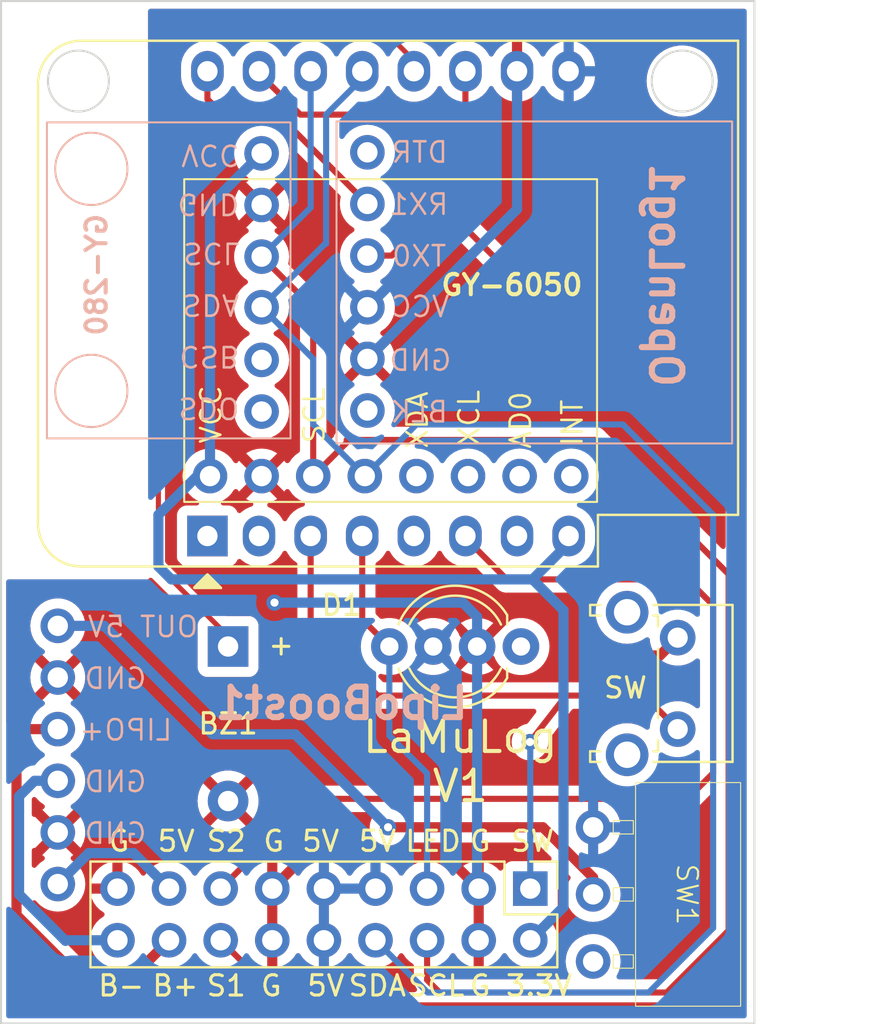
<source format=kicad_pcb>
(kicad_pcb (version 20221018) (generator pcbnew)
  (layers (0 "F.Cu" signal) (31 "B.Cu" signal) (34 "B.Paste" user) (35 "F.Paste" user) (36 "B.SilkS" user "B.Silkscreen") (37 "F.SilkS" user "F.Silkscreen") (38 "B.Mask" user) (39 "F.Mask" user) (44 "Edge.Cuts" user))
  (net 0 "")
  (net 1 "GND")
  (net 2 "/Charger+")
  (net 4 "/+5V")
  (net 5 "/LED_DIN")
  (net 6 "/Lipo-")
  (net 7 "/Lipo+")
  (net 8 "/LipoBoost5V")
  (net 10 "/Rx")
  (net 11 "/Tx")
  (net 13 "/SW")
  (net 14 "/Servo1")
  (net 15 "/Servo2")
  (net 16 "/+3.3V")
  (net 17 "/SCL")
  (net 18 "/SDA")
  (net 24 "/Buzzer")
  (footprint "Buzzer_Beeper:Buzzer_12x9.5RM7.6" (layer "F.Cu") (at 123.444 98.552 -90)
    (fp_text reference "BZ1" (at 3.8 0 -180) (layer "F.SilkS"))
    (fp_text value "Buzzer")
    (fp_text user "+" (at -0.01 -2.54 90) (layer "F.SilkS"))
    (pad "1" thru_hole rect (at 0 0 270) (size 2 2) (drill 1) (layers "*.Cu" "*.Mask") (net 24 "/Buzzer"))
    (pad "2" thru_hole circle (at 7.6 0 270) (size 2 2) (drill 1) (layers "*.Cu" "*.Mask") (net 1 "GND"))
  )
  (footprint "ProjectFootPrintLibrary:GY-6050" (layer "F.Cu") (at 135.255 82.55)
    (fp_text reference "GY-6050" (at 2.159 -1.778 unlocked) (layer "F.SilkS") (effects (font (thickness 0.2) bold)))
    (fp_text value "~")
    (fp_text user "INT" (at 5.715 6.223 90 unlocked) (layer "F.SilkS") (effects (font (thickness 0.125)) (justify left bottom)))
    (fp_text user "AD0" (at 3.175 6.35 90 unlocked) (layer "F.SilkS") (effects (font (thickness 0.125)) (justify left bottom)))
    (fp_text user "XDA" (at -1.905 6.35 90 unlocked) (layer "F.SilkS") (effects (font (thickness 0.125)) (justify left bottom)))
    (fp_text user "XCL" (at 0.635 6.223 90 unlocked) (layer "F.SilkS") (effects (font (thickness 0.125)) (justify left bottom)))
    (fp_text user "VCC" (at -12.065 6.096 90 unlocked) (layer "F.SilkS") (effects (font (thickness 0.125)) (justify left bottom)))
    (fp_text user "SCL" (at -6.985 6.096 90 unlocked) (layer "F.SilkS") (effects (font (thickness 0.125)) (justify left bottom)))
    (fp_rect (start 6.35 8.89) (end -13.97 -6.985) (stroke (width 0.1)) (fill none) (layer "F.SilkS"))
    (pad "1" thru_hole circle (at -12.7 7.62) (size 1.7 1.7) (drill 1) (layers "*.Cu" "*.Mask") (net 16 "/+3.3V"))
    (pad "2" thru_hole circle (at -10.16 7.62) (size 1.7 1.7) (drill 1) (layers "*.Cu" "*.Mask") (net 1 "GND"))
    (pad "3" thru_hole circle (at -7.62 7.62) (size 1.7 1.7) (drill 1) (layers "*.Cu" "*.Mask") (net 17 "/SCL"))
    (pad "4" thru_hole circle (at -5.08 7.62) (size 1.7 1.7) (drill 1) (layers "*.Cu" "*.Mask") (net 18 "/SDA"))
    (pad "5" thru_hole circle (at -2.54 7.62) (size 1.7 1.7) (drill 1) (layers "*.Cu" "*.Mask"))
    (pad "6" thru_hole circle (at 0 7.62) (size 1.7 1.7) (drill 1) (layers "*.Cu" "*.Mask"))
    (pad "7" thru_hole circle (at 2.54 7.62) (size 1.7 1.7) (drill 1) (layers "*.Cu" "*.Mask"))
    (pad "8" thru_hole circle (at 5.08 7.62) (size 1.7 1.7) (drill 1) (layers "*.Cu" "*.Mask"))
  )
  (footprint "LED_THT:LED_D5.0mm-4_RGB_Wide_Pins" (layer "F.Cu") (at 137.86 98.552 180)
    (fp_text reference "D1" (at 8.828 2.032) (layer "F.SilkS"))
    (fp_text value "APA-106-F5")
    (fp_line (start 0.6785 -1.545) (end 0.6785 -1.08) (stroke (width 0.12)) (layer "F.SilkS"))
    (fp_line (start 0.6785 1.08) (end 0.6785 1.545) (stroke (width 0.12)) (layer "F.SilkS"))
    (fp_arc (start 0.6785 -1.54483) (mid 3.496956 -2.978809) (end 6.026315 -1.080827) (stroke (width 0.12)) (layer "F.SilkS"))
    (fp_arc (start 0.983816 -1.08) (mid 3.238262 -2.5) (end 5.492979 -1.080429) (stroke (width 0.12)) (layer "F.SilkS"))
    (fp_arc (start 5.492979 1.080429) (mid 3.238262 2.5) (end 0.983816 1.08) (stroke (width 0.12)) (layer "F.SilkS"))
    (fp_arc (start 6.026315 1.080827) (mid 3.496956 2.978808) (end 0.6785 1.54483) (stroke (width 0.12)) (layer "F.SilkS"))
    (pad "1" thru_hole circle (at 0 0 180) (size 1.8 1.8) (drill 0.9) (layers "*.Cu" "*.Mask"))
    (pad "2" thru_hole circle (at 2.159 0 180) (size 1.8 1.8) (drill 0.9) (layers "*.Cu" "*.Mask") (net 1 "GND"))
    (pad "3" thru_hole circle (at 4.318 0 180) (size 1.8 1.8) (drill 0.9) (layers "*.Cu" "*.Mask") (net 4 "/+5V"))
    (pad "4" thru_hole circle (at 6.477 0 180) (size 1.8 1.8) (drill 0.9) (layers "*.Cu" "*.Mask") (net 5 "/LED_DIN"))
  )
  (footprint "ProjectFootPrintLibrary:MasterConnectorVertical" (layer "F.Cu") (at 138.32 110.46 -90)
    (fp_text reference "J1" hide)
    (fp_text value "Master connector")
    (fp_line (start -1.33 -1.33) (end 0 -1.33) (stroke (width 0.12)) (layer "F.SilkS"))
    (fp_line (start -1.33 0) (end -1.33 -1.33) (stroke (width 0.12)) (layer "F.SilkS"))
    (fp_line (start -1.33 1.27) (end -1.33 21.65) (stroke (width 0.12)) (layer "F.SilkS"))
    (fp_line (start -1.33 1.27) (end 1.27 1.27) (stroke (width 0.12)) (layer "F.SilkS"))
    (fp_line (start -1.33 21.65) (end 3.87 21.65) (stroke (width 0.12)) (layer "F.SilkS"))
    (fp_line (start 1.27 -1.33) (end 3.87 -1.33) (stroke (width 0.12)) (layer "F.SilkS"))
    (fp_line (start 1.27 1.27) (end 1.27 -1.33) (stroke (width 0.12)) (layer "F.SilkS"))
    (fp_line (start 3.87 -1.33) (end 3.87 21.65) (stroke (width 0.12)) (layer "F.SilkS"))
    (pad "1" thru_hole rect (at 0 0 270) (size 1.7 1.7) (drill 1) (layers "*.Cu" "*.Mask") (net 13 "/SW"))
    (pad "2" thru_hole oval (at 2.54 0 270) (size 1.7 1.7) (drill 1) (layers "*.Cu" "*.Mask") (net 16 "/+3.3V"))
    (pad "3" thru_hole oval (at 0 2.54 270) (size 1.7 1.7) (drill 1) (layers "*.Cu" "*.Mask") (net 1 "GND"))
    (pad "4" thru_hole oval (at 2.54 2.54 270) (size 1.7 1.7) (drill 1) (layers "*.Cu" "*.Mask") (net 1 "GND"))
    (pad "5" thru_hole oval (at 0 5.08 270) (size 1.7 1.7) (drill 1) (layers "*.Cu" "*.Mask") (net 5 "/LED_DIN"))
    (pad "6" thru_hole oval (at 2.54 5.08 270) (size 1.7 1.7) (drill 1) (layers "*.Cu" "*.Mask") (net 17 "/SCL"))
    (pad "7" thru_hole oval (at 0 7.62 270) (size 1.7 1.7) (drill 1) (layers "*.Cu" "*.Mask") (net 4 "/+5V"))
    (pad "8" thru_hole oval (at 2.54 7.62 270) (size 1.7 1.7) (drill 1) (layers "*.Cu" "*.Mask") (net 18 "/SDA"))
    (pad "9" thru_hole oval (at 0 10.16 270) (size 1.7 1.7) (drill 1) (layers "*.Cu" "*.Mask") (net 4 "/+5V"))
    (pad "10" thru_hole oval (at 2.54 10.16 270) (size 1.7 1.7) (drill 1) (layers "*.Cu" "*.Mask") (net 4 "/+5V"))
    (pad "11" thru_hole oval (at 0 12.7 270) (size 1.7 1.7) (drill 1) (layers "*.Cu" "*.Mask") (net 1 "GND"))
    (pad "12" thru_hole oval (at 2.54 12.7 270) (size 1.7 1.7) (drill 1) (layers "*.Cu" "*.Mask") (net 1 "GND"))
    (pad "13" thru_hole oval (at 0 15.24 270) (size 1.7 1.7) (drill 1) (layers "*.Cu" "*.Mask") (net 15 "/Servo2"))
    (pad "14" thru_hole oval (at 2.54 15.24 270) (size 1.7 1.7) (drill 1) (layers "*.Cu" "*.Mask") (net 14 "/Servo1"))
    (pad "15" thru_hole oval (at 0 17.78 270) (size 1.7 1.7) (drill 1) (layers "*.Cu" "*.Mask") (net 2 "/Charger+"))
    (pad "16" thru_hole oval (at 2.54 17.78 270) (size 1.7 1.7) (drill 1) (layers "*.Cu" "*.Mask") (net 7 "/Lipo+"))
    (pad "17" thru_hole oval (at 0 20.32 270) (size 1.7 1.7) (drill 1) (layers "*.Cu" "*.Mask") (net 1 "GND"))
    (pad "18" thru_hole oval (at 2.54 20.32 270) (size 1.7 1.7) (drill 1) (layers "*.Cu" "*.Mask") (net 6 "/Lipo-"))
  )
  (footprint "Module:WEMOS_D1_mini_light" (layer "F.Cu") (at 122.428 93.1164 90)
    (fp_text reference "U1" hide)
    (fp_text value "WeMos_D1_mini")
    (fp_line (start -1.5 19.22) (end -1.5 -6.21) (stroke (width 0.12)) (layer "F.SilkS"))
    (fp_line (start -1.5 19.22) (end 1.04 19.22) (stroke (width 0.12)) (layer "F.SilkS"))
    (fp_line (start 1.04 19.22) (end 1.04 26.12) (stroke (width 0.12)) (layer "F.SilkS"))
    (fp_line (start 1.04 26.12) (end 24.36 26.12) (stroke (width 0.12)) (layer "F.SilkS"))
    (fp_line (start 22.24 -8.34) (end 0.63 -8.34) (stroke (width 0.12)) (layer "F.SilkS"))
    (fp_line (start 24.36 26.12) (end 24.36 -6.21) (stroke (width 0.12)) (layer "F.SilkS"))
    (fp_arc (start -1.5 -6.21) (mid -0.876137 -7.716137) (end 0.63 -8.34) (stroke (width 0.12)) (layer "F.SilkS"))
    (fp_arc (start 22.23 -8.34) (mid 23.736137 -7.716137) (end 24.36 -6.21) (stroke (width 0.12)) (layer "F.SilkS"))
    (fp_poly (pts (xy -2.54 -0.635) (xy -2.54 0.635) (xy -1.905 0)) (stroke (width 0.15)) (fill solid) (layer "F.SilkS"))
    (pad "1" thru_hole rect (at 0 0 90) (size 2 2) (drill 1) (layers "*.Cu" "*.Mask"))
    (pad "2" thru_hole oval (at 0 2.54 90) (size 2 1.6) (drill 1) (layers "*.Cu" "*.Mask"))
    (pad "3" thru_hole oval (at 0 5.08 90) (size 2 1.6) (drill 1) (layers "*.Cu" "*.Mask") (net 13 "/SW"))
    (pad "4" thru_hole oval (at 0 7.62 90) (size 2 1.6) (drill 1) (layers "*.Cu" "*.Mask") (net 5 "/LED_DIN"))
    (pad "5" thru_hole oval (at 0 10.16 90) (size 2 1.6) (drill 1) (layers "*.Cu" "*.Mask"))
    (pad "6" thru_hole oval (at 0 12.7 90) (size 2 1.6) (drill 1) (layers "*.Cu" "*.Mask") (net 15 "/Servo2"))
    (pad "7" thru_hole oval (at 0 15.24 90) (size 2 1.6) (drill 1) (layers "*.Cu" "*.Mask"))
    (pad "8" thru_hole oval (at 0 17.78 90) (size 2 1.6) (drill 1) (layers "*.Cu" "*.Mask") (net 16 "/+3.3V"))
    (pad "9" thru_hole oval (at 22.86 17.78 90) (size 2 1.6) (drill 1) (layers "*.Cu" "*.Mask") (net 4 "/+5V"))
    (pad "10" thru_hole oval (at 22.86 15.24 90) (size 2 1.6) (drill 1) (layers "*.Cu" "*.Mask") (net 1 "GND"))
    (pad "11" thru_hole oval (at 22.86 12.7 90) (size 2 1.6) (drill 1) (layers "*.Cu" "*.Mask") (net 14 "/Servo1"))
    (pad "12" thru_hole oval (at 22.86 10.16 90) (size 2 1.6) (drill 1) (layers "*.Cu" "*.Mask") (net 24 "/Buzzer"))
    (pad "13" thru_hole oval (at 22.86 7.62 90) (size 2 1.6) (drill 1) (layers "*.Cu" "*.Mask") (net 18 "/SDA"))
    (pad "14" thru_hole oval (at 22.86 5.08 90) (size 2 1.6) (drill 1) (layers "*.Cu" "*.Mask") (net 17 "/SCL"))
    (pad "15" thru_hole oval (at 22.86 2.54 90) (size 2 1.6) (drill 1) (layers "*.Cu" "*.Mask") (net 10 "/Rx"))
    (pad "16" thru_hole oval (at 22.86 0 90) (size 2 1.6) (drill 1) (layers "*.Cu" "*.Mask") (net 11 "/Tx"))
  )
  (footprint "Button_Switch_THT:SW_Tactile_SPST_Angled_PTS645Vx39-2LFS" (layer "F.Cu") (at 145.5755 98.116 -90)
    (fp_text reference "SW" (at 2.468 2.5735 -180) (layer "F.SilkS"))
    (fp_text value "SW_Push")
    (fp_line (start -1.61 -2.7) (end -1.61 1.2) (stroke (width 0.12)) (layer "F.SilkS"))
    (fp_line (start -1.61 -2.7) (end 6.11 -2.7) (stroke (width 0.12)) (layer "F.SilkS"))
    (fp_line (start -1.61 3.8) (end -1.61 4.31) (stroke (width 0.12)) (layer "F.SilkS"))
    (fp_line (start -1.61 4.31) (end -1.09 4.31) (stroke (width 0.12)) (layer "F.SilkS"))
    (fp_line (start -1.09 0.97) (end -1.09 1.2) (stroke (width 0.12)) (layer "F.SilkS"))
    (fp_line (start -1.09 0.97) (end -0.55 0.97) (stroke (width 0.12)) (layer "F.SilkS"))
    (fp_line (start -1.09 3.8) (end -1.09 4.31) (stroke (width 0.12)) (layer "F.SilkS"))
    (fp_line (start 0.55 0.97) (end 3.95 0.97) (stroke (width 0.12)) (layer "F.SilkS"))
    (fp_line (start 5.05 0.97) (end 5.59 0.97) (stroke (width 0.12)) (layer "F.SilkS"))
    (fp_line (start 5.59 0.97) (end 5.59 1.2) (stroke (width 0.12)) (layer "F.SilkS"))
    (fp_line (start 5.59 3.8) (end 5.59 4.31) (stroke (width 0.12)) (layer "F.SilkS"))
    (fp_line (start 5.59 4.31) (end 6.11 4.31) (stroke (width 0.12)) (layer "F.SilkS"))
    (fp_line (start 6.11 -2.7) (end 6.11 1.2) (stroke (width 0.12)) (layer "F.SilkS"))
    (fp_line (start 6.11 3.8) (end 6.11 4.31) (stroke (width 0.12)) (layer "F.SilkS"))
    (pad "" thru_hole circle (at -1.25 2.49 270) (size 2.1 2.1) (drill 1.3) (layers "*.Cu" "*.Mask"))
    (pad "" thru_hole circle (at 5.76 2.49 270) (size 2.1 2.1) (drill 1.3) (layers "*.Cu" "*.Mask"))
    (pad "1" thru_hole circle (at 0 0 270) (size 1.75 1.75) (drill 0.99) (layers "*.Cu" "*.Mask") (net 1 "GND"))
    (pad "2" thru_hole circle (at 4.5 0 270) (size 1.75 1.75) (drill 0.99) (layers "*.Cu" "*.Mask") (net 13 "/SW"))
  )
  (footprint "ProjectFootPrintLibrary:Switch" (layer "F.Cu") (at 141.4125 107.444 -90)
    (fp_text reference "SW1" (at 3.3 -4.62 -90 unlocked) (layer "F.SilkS") (effects (font (thickness 0.1))))
    (fp_text value "SW_SPDT")
    (fp_rect (start -2.2 -7.26) (end 8.8 -2.09) (stroke (width 0.05)) (fill none) (layer "F.SilkS"))
    (fp_rect (start 0.33 -1.98) (end -0.33 -0.99) (stroke (width 0.05)) (fill none) (layer "F.SilkS"))
    (fp_rect (start 3.63 -1.98) (end 2.97 -0.99) (stroke (width 0.05)) (fill none) (layer "F.SilkS"))
    (fp_rect (start 6.93 -1.98) (end 6.27 -0.99) (stroke (width 0.05)) (fill none) (layer "F.SilkS"))
    (pad "1" thru_hole oval (at 0 0 270) (size 1.7 1.7) (drill 1) (layers "*.Cu" "*.Mask") (net 4 "/+5V"))
    (pad "2" thru_hole oval (at 3.3 0 270) (size 1.7 1.7) (drill 1) (layers "*.Cu" "*.Mask") (net 8 "/LipoBoost5V"))
    (pad "3" thru_hole oval (at 6.6 0 270) (size 1.7 1.7) (drill 1) (layers "*.Cu" "*.Mask"))
  )
  (footprint "ProjectFootPrintLibrary:OpenLog1" (layer "B.Cu") (at 135.382 79.3242 90)
    (fp_text reference "OpenLog1" (at -0.9652 9.6012 270 unlocked) (layer "B.SilkS") (effects (font (size 1.5 1.5) (thickness 0.3) bold) (justify mirror)))
    (fp_text value "~")
    (fp_text user "TX0" (at -0.6096 -1.1176 unlocked) (layer "B.SilkS") (effects (font (thickness 0.125)) (justify left bottom mirror)))
    (fp_text user "DTR" (at 4.4958 -1.0414 unlocked) (layer "B.SilkS") (effects (font (thickness 0.125)) (justify left bottom mirror)))
    (fp_text user "VCC" (at -3.0988 -0.9652 unlocked) (layer "B.SilkS") (effects (font (thickness 0.125)) (justify left bottom mirror)))
    (fp_text user "BLK" (at -8.2804 -1.0414 unlocked) (layer "B.SilkS") (effects (font (thickness 0.125)) (justify left bottom mirror)))
    (fp_text user "RX1" (at 1.9304 -1.016 unlocked) (layer "B.SilkS") (effects (font (thickness 0.125)) (justify left bottom mirror)))
    (fp_text user "GND" (at -5.7404 -0.8636 unlocked) (layer "B.SilkS") (effects (font (thickness 0.125)) (justify left bottom mirror)))
    (fp_rect (start -9.24 -6.6) (end 6.6 12.87) (stroke (width 0.1)) (fill none) (layer "B.SilkS"))
    (pad "1" thru_hole circle (at -7.62 -5.08 90) (size 1.7 1.7) (drill 1) (layers "*.Cu" "*.Mask"))
    (pad "2" thru_hole circle (at -5.08 -5.08 90) (size 1.7 1.7) (drill 1) (layers "*.Cu" "*.Mask") (net 1 "GND"))
    (pad "3" thru_hole circle (at -2.54 -5.08 90) (size 1.7 1.7) (drill 1) (layers "*.Cu" "*.Mask") (net 4 "/+5V"))
    (pad "4" thru_hole circle (at 0 -5.08 90) (size 1.7 1.7) (drill 1) (layers "*.Cu" "*.Mask") (net 10 "/Rx"))
    (pad "5" thru_hole circle (at 2.54 -5.08 90) (size 1.7 1.7) (drill 1) (layers "*.Cu" "*.Mask") (net 11 "/Tx"))
    (pad "6" thru_hole circle (at 5.08 -5.08 90) (size 1.7 1.7) (drill 1) (layers "*.Cu" "*.Mask"))
  )
  (footprint "ProjectFootPrintLibrary:LipoBoost1" (layer "B.Cu") (at 120.142 102.616 90)
    (fp_text reference "LipoBoost1" (at 1.27 8.89 unlocked) (layer "B.SilkS") (effects (font (size 1.5 1.5) (thickness 0.3) bold) (justify mirror)))
    (fp_text value "~")
    (fp_text user "GND" (at -3.175 -0.635 unlocked) (layer "B.SilkS") (effects (font (thickness 0.125)) (justify left bottom mirror)))
    (fp_text user "LIPO+" (at -0.635 0.635 unlocked) (layer "B.SilkS") (effects (font (thickness 0.125)) (justify left bottom mirror)))
    (fp_text user "GND" (at -5.715 -0.635 unlocked) (layer "B.SilkS") (effects (font (thickness 0.125)) (justify left bottom mirror)))
    (fp_text user "GND" (at 1.905 -0.635 unlocked) (layer "B.SilkS") (effects (font (thickness 0.125)) (justify left bottom mirror)))
    (fp_text user "OUT 5V" (at 4.445 1.905 unlocked) (layer "B.SilkS") (effects (font (thickness 0.125)) (justify left bottom mirror)))
    (pad "1" thru_hole circle (at -7.62 -5.08 90) (size 1.7 1.7) (drill 1) (layers "*.Cu" "*.Mask") (net 2 "/Charger+"))
    (pad "2" thru_hole circle (at -5.08 -5.08 90) (size 1.7 1.7) (drill 1) (layers "*.Cu" "*.Mask") (net 1 "GND"))
    (pad "3" thru_hole circle (at -2.54 -5.08 90) (size 1.7 1.7) (drill 1) (layers "*.Cu" "*.Mask") (net 6 "/Lipo-"))
    (pad "4" thru_hole circle (at 0 -5.08 90) (size 1.7 1.7) (drill 1) (layers "*.Cu" "*.Mask") (net 7 "/Lipo+"))
    (pad "5" thru_hole circle (at 2.54 -5.08 90) (size 1.7 1.7) (drill 1) (layers "*.Cu" "*.Mask") (net 1 "GND"))
    (pad "6" thru_hole circle (at 5.08 -5.08 90) (size 1.7 1.7) (drill 1) (layers "*.Cu" "*.Mask") (net 8 "/LipoBoost5V"))
  )
  (footprint "ProjectFootPrintLibrary:GY-280" (layer "B.Cu") (at 117.475 81.915 -90)
    (fp_text reference "GY-280" (at -1.651 0.508 90 unlocked) (layer "B.SilkS") (effects (font (thickness 0.2) bold) (justify mirror)))
    (fp_text value "~")
    (fp_text user "CSB" (at 1.778 -6.604 -180 unlocked) (layer "B.SilkS") (effects (font (thickness 0.125)) (justify right bottom mirror)))
    (fp_text user "SDA" (at -0.762 -6.604 -180 unlocked) (layer "B.SilkS") (effects (font (thickness 0.125)) (justify right bottom mirror)))
    (fp_text user "SDO" (at 4.318 -6.604 -180 unlocked) (layer "B.SilkS") (effects (font (thickness 0.125)) (justify right bottom mirror)))
    (fp_text user "VCC" (at -8.128 -6.604 -180 unlocked) (layer "B.SilkS") (effects (font (thickness 0.125)) (justify right bottom mirror)))
    (fp_text user "SCL" (at -3.302 -6.604 -180 unlocked) (layer "B.SilkS") (effects (font (thickness 0.125)) (justify right bottom mirror)))
    (fp_text user "GND" (at -5.715 -6.604 -180 unlocked) (layer "B.SilkS") (effects (font (thickness 0.125)) (justify right bottom mirror)))
    (fp_rect (start 6.4008 -9.0424) (end -9.144 2.9464) (stroke (width 0.1)) (fill none) (layer "B.SilkS"))
    (fp_circle (center -6.858 0.762) (end -5.08 0.762) (stroke (width 0.1)) (fill none) (layer "B.SilkS"))
    (fp_circle (center 4.064 0.762) (end 5.842 0.762) (stroke (width 0.1)) (fill none) (layer "B.SilkS"))
    (pad "1" thru_hole circle (at -7.62 -7.62 270) (size 1.7 1.7) (drill 1) (layers "*.Cu" "*.Mask") (net 16 "/+3.3V"))
    (pad "2" thru_hole circle (at -5.08 -7.62 270) (size 1.7 1.7) (drill 1) (layers "*.Cu" "*.Mask") (net 1 "GND"))
    (pad "3" thru_hole circle (at -2.54 -7.62 270) (size 1.7 1.7) (drill 1) (layers "*.Cu" "*.Mask") (net 17 "/SCL"))
    (pad "4" thru_hole circle (at -0.0508 -7.62 270) (size 1.7 1.7) (drill 1) (layers "*.Cu" "*.Mask") (net 18 "/SDA"))
    (pad "5" thru_hole circle (at 2.54 -7.62 270) (size 1.7 1.7) (drill 1) (layers "*.Cu" "*.Mask"))
    (pad "6" thru_hole circle (at 5.08 -7.62 270) (size 1.7 1.7) (drill 1) (layers "*.Cu" "*.Mask"))
  )
  (gr_circle (center 116.078 70.739) (end 117.578 70.739) (stroke (width 0.1)) (fill none) (layer "Edge.Cuts"))
  (gr_rect (start 112.268 66.802) (end 149.352 117.094) (stroke (width 0.1)) (fill none) (layer "Edge.Cuts"))
  (gr_circle (center 145.796 70.739) (end 147.296 70.739) (stroke (width 0.1)) (fill none) (layer "Edge.Cuts"))
  (gr_text "LaMuLog\nV1" (at 134.874 106.299) (layer "F.SilkS") (effects (font (size 1.5 1.5) (thickness 0.2)) (justify bottom)))
  (gr_text "G" (at 135.255 108.712) (layer "F.SilkS") (effects (font (size 1 1)) (justify left bottom)))
  (gr_text "LED" (at 132.08 108.712) (layer "F.SilkS") (effects (font (size 1 1)) (justify left bottom)))
  (gr_text "G" (at 117.475 108.712) (layer "F.SilkS") (effects (font (size 1 1)) (justify left bottom)))
  (gr_text "G" (at 124.968 115.824) (layer "F.SilkS") (effects (font (size 1 1)) (justify left bottom)))
  (gr_text "B+" (at 119.634 115.824) (layer "F.SilkS") (effects (font (size 1 1)) (justify left bottom)))
  (gr_text "S2" (at 122.301 108.712) (layer "F.SilkS") (effects (font (size 1 1)) (justify left bottom)))
  (gr_text "5V" (at 127 108.712) (layer "F.SilkS") (effects (font (size 1 1)) (justify left bottom)))
  (gr_text "SW" (at 137.287 108.712) (layer "F.SilkS") (effects (font (size 1 1)) (justify left bottom)))
  (gr_text "3.3V" (at 137.033 115.824) (layer "F.SilkS") (effects (font (size 1 1)) (justify left bottom)))
  (gr_text "G" (at 135.255 115.824) (layer "F.SilkS") (effects (font (size 1 1)) (justify left bottom)))
  (gr_text "5V" (at 127.254 115.824) (layer "F.SilkS") (effects (font (size 1 1)) (justify left bottom)))
  (gr_text "B-" (at 116.967 115.824) (layer "F.SilkS") (effects (font (size 1 1)) (justify left bottom)))
  (gr_text "5V" (at 119.888 108.712) (layer "F.SilkS") (effects (font (size 1 1)) (justify left bottom)))
  (gr_text "SCL" (at 132.207 115.824) (layer "F.SilkS") (effects (font (size 1 1)) (justify left bottom)))
  (gr_text "G" (at 125.095 108.712) (layer "F.SilkS") (effects (font (size 1 1)) (justify left bottom)))
  (gr_text "S1" (at 122.301 115.824) (layer "F.SilkS") (effects (font (size 1 1)) (justify left bottom)))
  (gr_text "5V" (at 129.794 108.712) (layer "F.SilkS") (effects (font (size 1 1)) (justify left bottom)))
  (gr_text "SDA" (at 129.286 115.824) (layer "F.SilkS") (effects (font (size 1 1)) (justify left bottom)))
  (segment (start 144.700501 98.990999) (end 145.5755 98.116) (width 0.5) (layer "F.Cu") (net 1))
  (segment (start 125.62 110.46) (end 127.495 108.585) (width 0.5) (layer "F.Cu") (net 1))
  (segment (start 125.73 103.866) (end 123.444 106.152) (width 0.5) (layer "F.Cu") (net 1))
  (segment (start 125.73 96.393) (end 122.682 96.393) (width 0.5) (layer "F.Cu") (net 1))
  (segment (start 121.703 88.295) (end 123.22 88.295) (width 0.5) (layer "F.Cu") (net 1))
  (segment (start 140.081 96.774) (end 142.297999 98.990999) (width 0.5) (layer "F.Cu") (net 1))
  (segment (start 133.905 108.585) (end 135.78 110.46) (width 0.5) (layer "F.Cu") (net 1))
  (segment (start 122.682 96.393) (end 120.59 94.301) (width 0.5) (layer "F.Cu") (net 1))
  (segment (start 137.479 96.774) (end 140.081 96.774) (width 0.5) (layer "F.Cu") (net 1))
  (segment (start 127.495 108.585) (end 133.905 108.585) (width 0.5) (layer "F.Cu") (net 1))
  (segment (start 120.59 94.301) (end 120.59 89.408) (width 0.5) (layer "F.Cu") (net 1))
  (segment (start 120.59 89.408) (end 121.703 88.295) (width 0.5) (layer "F.Cu") (net 1))
  (segment (start 117.776 110.236) (end 118 110.46) (width 0.5) (layer "F.Cu") (net 1))
  (segment (start 125.73 96.393) (end 125.73 103.866) (width 0.5) (layer "F.Cu") (net 1))
  (segment (start 123.22 88.295) (end 125.095 90.17) (width 0.5) (layer "F.Cu") (net 1))
  (segment (start 135.701 98.552) (end 137.479 96.774) (width 0.5) (layer "F.Cu") (net 1))
  (segment (start 142.297999 98.990999) (end 144.700501 98.990999) (width 0.5) (layer "F.Cu") (net 1))
  (via (at 125.73 96.393) (size 0.8) (drill 0.4) (layers "F.Cu" "B.Cu") (net 1))
  (segment (start 137.668 77.0382) (end 137.668 70.2564) (width 0.5) (layer "B.Cu") (net 1))
  (segment (start 135.701 98.552) (end 135.701 97.093) (width 0.5) (layer "B.Cu") (net 1))
  (segment (start 135.701 97.093) (end 135.509 96.901) (width 0.5) (layer "B.Cu") (net 1))
  (segment (start 135.701 110.381) (end 135.78 110.46) (width 0.5) (layer "B.Cu") (net 1))
  (segment (start 130.302 84.4042) (end 137.668 77.0382) (width 0.5) (layer "B.Cu") (net 1))
  (segment (start 135.509 96.901) (end 135.001 96.393) (width 0.5) (layer "B.Cu") (net 1))
  (segment (start 135.701 98.552) (end 135.701 110.381) (width 0.5) (layer "B.Cu") (net 1))
  (segment (start 135.001 96.393) (end 125.73 96.393) (width 0.5) (layer "B.Cu") (net 1))
  (segment (start 120.54 110.46) (end 118.792 108.712) (width 0.5) (layer "B.Cu") (net 2))
  (segment (start 115.062 110.236) (end 116.586 108.712) (width 0.5) (layer "B.Cu") (net 2))
  (segment (start 118.792 108.712) (end 116.586 108.712) (width 0.5) (layer "B.Cu") (net 2))
  (segment (start 130.048 97.217) (end 131.383 98.552) (width 0.3) (layer "F.Cu") (net 5))
  (segment (start 130.048 93.1164) (end 130.048 97.217) (width 0.3) (layer "F.Cu") (net 5))
  (segment (start 133.24 110.46) (end 133.24 104.792) (width 0.3) (layer "B.Cu") (net 5))
  (segment (start 133.24 104.792) (end 131.383 102.935) (width 0.3) (layer "B.Cu") (net 5))
  (segment (start 131.383 102.935) (end 131.383 98.552) (width 0.3) (layer "B.Cu") (net 5))
  (segment (start 113.157 110.744) (end 115.443 113.03) (width 0.5) (layer "B.Cu") (net 6))
  (segment (start 113.157 105.918) (end 113.157 110.744) (width 0.5) (layer "B.Cu") (net 6))
  (segment (start 115.473 113) (end 118 113) (width 0.5) (layer "B.Cu") (net 6))
  (segment (start 115.062 105.156) (end 113.919 105.156) (width 0.5) (layer "B.Cu") (net 6))
  (segment (start 115.443 113.03) (end 115.473 113) (width 0.5) (layer "B.Cu") (net 6))
  (segment (start 113.919 105.156) (end 113.157 105.918) (width 0.5) (layer "B.Cu") (net 6))
  (segment (start 116.332 115.062) (end 118.999 115.062) (width 0.5) (layer "F.Cu") (net 7))
  (segment (start 118.999 115.062) (end 118.999 114.541) (width 0.5) (layer "F.Cu") (net 7))
  (segment (start 115.062 102.616) (end 113.538 102.616) (width 0.5) (layer "F.Cu") (net 7))
  (segment (start 118.999 114.541) (end 120.54 113) (width 0.5) (layer "F.Cu") (net 7))
  (segment (start 113.538 102.616) (end 113.03 103.124) (width 0.5) (layer "F.Cu") (net 7))
  (segment (start 113.03 103.124) (end 113.03 111.76) (width 0.5) (layer "F.Cu") (net 7))
  (segment (start 113.03 111.76) (end 116.332 115.062) (width 0.5) (layer "F.Cu") (net 7))
  (segment (start 141.4125 109.9165) (end 140.97 109.474) (width 0.5) (layer "F.Cu") (net 8))
  (segment (start 138.938 107.442) (end 137.668 107.442) (width 0.5) (layer "F.Cu") (net 8))
  (segment (start 140.97 109.474) (end 138.938 107.442) (width 0.5) (layer "F.Cu") (net 8))
  (segment (start 137.668 107.442) (end 131.318 107.442) (width 0.5) (layer "F.Cu") (net 8))
  (segment (start 141.4125 110.744) (end 141.4125 109.9165) (width 0.5) (layer "F.Cu") (net 8))
  (via (at 131.318 107.442) (size 0.8) (drill 0.4) (layers "F.Cu" "B.Cu") (net 8))
  (segment (start 122.682 102.87) (end 117.348 97.536) (width 0.5) (layer "B.Cu") (net 8))
  (segment (start 131.318 107.442) (end 126.746 102.87) (width 0.5) (layer "B.Cu") (net 8))
  (segment (start 117.348 97.536) (end 115.062 97.536) (width 0.5) (layer "B.Cu") (net 8))
  (segment (start 126.746 102.87) (end 122.682 102.87) (width 0.5) (layer "B.Cu") (net 8))
  (segment (start 124.968 70.2564) (end 124.968 70.358) (width 0.3) (layer "F.Cu") (net 10))
  (segment (start 132.08 78.74) (end 131.4958 79.3242) (width 0.3) (layer "F.Cu") (net 10))
  (segment (start 127 72.39) (end 131.445 72.39) (width 0.3) (layer "F.Cu") (net 10))
  (segment (start 124.968 70.358) (end 127 72.39) (width 0.3) (layer "F.Cu") (net 10))
  (segment (start 131.445 72.39) (end 132.08 73.025) (width 0.3) (layer "F.Cu") (net 10))
  (segment (start 132.08 73.025) (end 132.08 78.74) (width 0.3) (layer "F.Cu") (net 10))
  (segment (start 131.4958 79.3242) (end 130.302 79.3242) (width 0.3) (layer "F.Cu") (net 10))
  (segment (start 122.428 70.2564) (end 122.428 71.628) (width 0.3) (layer "F.Cu") (net 11))
  (segment (start 123.19 72.39) (end 125.9078 72.39) (width 0.3) (layer "F.Cu") (net 11))
  (segment (start 122.428 71.628) (end 123.19 72.39) (width 0.3) (layer "F.Cu") (net 11))
  (segment (start 125.9078 72.39) (end 130.302 76.7842) (width 0.3) (layer "F.Cu") (net 11))
  (segment (start 143.9245 100.965) (end 145.5755 102.616) (width 0.3) (layer "F.Cu") (net 13))
  (segment (start 127.508 97.663) (end 130.81 100.965) (width 0.3) (layer "F.Cu") (net 13))
  (segment (start 140.081 100.965) (end 143.9245 100.965) (width 0.3) (layer "F.Cu") (net 13))
  (segment (start 127.508 93.1164) (end 127.508 97.663) (width 0.3) (layer "F.Cu") (net 13))
  (segment (start 130.81 100.965) (end 140.081 100.965) (width 0.3) (layer "F.Cu") (net 13))
  (segment (start 138.303 103.251) (end 140.081 100.965) (width 0.3) (layer "F.Cu") (net 13))
  (via (at 138.303 103.251) (size 0.8) (drill 0.4) (layers "F.Cu" "B.Cu") (net 13))
  (segment (start 138.32 110.46) (end 138.32 103.268) (width 0.3) (layer "B.Cu") (net 13))
  (segment (start 138.32 103.268) (end 138.303 103.251) (width 0.3) (layer "B.Cu") (net 13))
  (segment (start 123.08 113) (end 126.285 116.205) (width 0.3) (layer "F.Cu") (net 14))
  (segment (start 148.59 91.44) (end 135.128 77.978) (width 0.3) (layer "F.Cu") (net 14))
  (segment (start 145.415 116.205) (end 148.59 113.03) (width 0.3) (layer "F.Cu") (net 14))
  (segment (start 148.59 113.03) (end 148.59 91.44) (width 0.3) (layer "F.Cu") (net 14))
  (segment (start 126.285 116.205) (end 145.415 116.205) (width 0.3) (layer "F.Cu") (net 14))
  (segment (start 135.128 77.978) (end 135.128 70.2564) (width 0.3) (layer "F.Cu") (net 14))
  (segment (start 135.128 93.218) (end 137.16 95.25) (width 0.3) (layer "F.Cu") (net 15))
  (segment (start 137.16 95.25) (end 146.05 95.25) (width 0.3) (layer "F.Cu") (net 15))
  (segment (start 135.128 93.1164) (end 135.128 93.218) (width 0.3) (layer "F.Cu") (net 15))
  (segment (start 146.05 106.045) (end 127.495 106.045) (width 0.3) (layer "F.Cu") (net 15))
  (segment (start 146.05 95.25) (end 147.32 96.52) (width 0.3) (layer "F.Cu") (net 15))
  (segment (start 127.495 106.045) (end 123.08 110.46) (width 0.3) (layer "F.Cu") (net 15))
  (segment (start 147.32 96.52) (end 147.32 104.775) (width 0.3) (layer "F.Cu") (net 15))
  (segment (start 147.32 104.775) (end 146.05 106.045) (width 0.3) (layer "F.Cu") (net 15))
  (segment (start 122.555 90.17) (end 122.555 76.835) (width 0.5) (layer "B.Cu") (net 16))
  (segment (start 139.954 111.366) (end 139.954 96.774) (width 0.5) (layer "B.Cu") (net 16))
  (segment (start 140.208 93.1164) (end 140.208 93.472) (width 0.5) (layer "B.Cu") (net 16))
  (segment (start 140.208 93.472) (end 138.43 95.25) (width 0.5) (layer "B.Cu") (net 16))
  (segment (start 120.015 92.075) (end 121.92 90.17) (width 0.5) (layer "B.Cu") (net 16))
  (segment (start 120.015 94.615) (end 120.015 92.075) (width 0.5) (layer "B.Cu") (net 16))
  (segment (start 120.65 95.25) (end 120.015 94.615) (width 0.5) (layer "B.Cu") (net 16))
  (segment (start 122.555 76.835) (end 125.095 74.295) (width 0.5) (layer "B.Cu") (net 16))
  (segment (start 138.32 113) (end 139.954 111.366) (width 0.5) (layer "B.Cu") (net 16))
  (segment (start 139.954 96.774) (end 138.43 95.25) (width 0.5) (layer "B.Cu") (net 16))
  (segment (start 138.43 95.25) (end 120.65 95.25) (width 0.5) (layer "B.Cu") (net 16))
  (segment (start 121.92 90.17) (end 122.555 90.17) (width 0.5) (layer "B.Cu") (net 16))
  (segment (start 148.082 112.522) (end 148.082 94.996) (width 0.3) (layer "F.Cu") (net 17))
  (segment (start 125.095 79.375) (end 127.635 81.915) (width 0.3) (layer "F.Cu") (net 17))
  (segment (start 145.034 115.57) (end 148.082 112.522) (width 0.3) (layer "F.Cu") (net 17))
  (segment (start 133.24 114.952) (end 133.858 115.57) (width 0.3) (layer "F.Cu") (net 17))
  (segment (start 127.635 81.915) (end 127.635 90.17) (width 0.3) (layer "F.Cu") (net 17))
  (segment (start 133.858 115.57) (end 145.034 115.57) (width 0.3) (layer "F.Cu") (net 17))
  (segment (start 141.478 88.392) (end 129.286 88.392) (width 0.3) (layer "F.Cu") (net 17))
  (segment (start 148.082 94.996) (end 141.478 88.392) (width 0.3) (layer "F.Cu") (net 17))
  (segment (start 129.286 88.392) (end 129.286 88.519) (width 0.3) (layer "F.Cu") (net 17))
  (segment (start 129.286 88.519) (end 127.635 90.17) (width 0.3) (layer "F.Cu") (net 17))
  (segment (start 133.24 113) (end 133.24 114.952) (width 0.3) (layer "F.Cu") (net 17))
  (segment (start 127.508 76.962) (end 127.508 70.2564) (width 0.3) (layer "B.Cu") (net 17))
  (segment (start 125.095 79.375) (end 127.508 76.962) (width 0.3) (layer "B.Cu") (net 17))
  (segment (start 147.32 112.395) (end 144.145 115.57) (width 0.3) (layer "B.Cu") (net 18))
  (segment (start 127.635 84.4042) (end 127.635 87.63) (width 0.3) (layer "B.Cu") (net 18))
  (segment (start 127.635 87.63) (end 130.175 90.17) (width 0.3) (layer "B.Cu") (net 18))
  (segment (start 128.2192 78.74) (end 125.095 81.8642) (width 0.3) (layer "B.Cu") (net 18))
  (segment (start 133.27 115.57) (end 130.7 113) (width 0.3) (layer "B.Cu") (net 18))
  (segment (start 128.27 78.74) (end 128.2192 78.74) (width 0.3) (layer "B.Cu") (net 18))
  (segment (start 130.175 90.17) (end 132.715 87.63) (width 0.3) (layer "B.Cu") (net 18))
  (segment (start 128.27 72.39) (end 128.27 78.74) (width 0.3) (layer "B.Cu") (net 18))
  (segment (start 147.32 92.075) (end 147.32 112.395) (width 0.3) (layer "B.Cu") (net 18))
  (segment (start 125.095 81.8642) (end 127.635 84.4042) (width 0.3) (layer "B.Cu") (net 18))
  (segment (start 130.048 70.612) (end 128.27 72.39) (width 0.3) (layer "B.Cu") (net 18))
  (segment (start 142.875 87.63) (end 147.32 92.075) (width 0.3) (layer "B.Cu") (net 18))
  (segment (start 144.145 115.57) (end 133.27 115.57) (width 0.3) (layer "B.Cu") (net 18))
  (segment (start 132.715 87.63) (end 142.875 87.63) (width 0.3) (layer "B.Cu") (net 18))
  (segment (start 130.048 70.2564) (end 130.048 70.612) (width 0.3) (layer "B.Cu") (net 18))
  (segment (start 120.015 94.615) (end 123.444 98.044) (width 0.25) (layer "F.Cu") (net 24))
  (segment (start 131.445 68.58) (end 121.285 68.58) (width 0.25) (layer "F.Cu") (net 24))
  (segment (start 120.015 69.85) (end 120.015 94.615) (width 0.25) (layer "F.Cu") (net 24))
  (segment (start 121.285 68.58) (end 120.015 69.85) (width 0.25) (layer "F.Cu") (net 24))
  (segment (start 132.588 70.2564) (end 132.588 69.723) (width 0.25) (layer "F.Cu") (net 24))
  (segment (start 132.588 69.723) (end 131.445 68.58) (width 0.25) (layer "F.Cu") (net 24))
  (segment (start 123.444 98.044) (end 123.444 98.552) (width 0.25) (layer "F.Cu") (net 24))
  (zone (net 1) (net_name "GND") (layer "F.Cu") (priority 1) (connect_pads (clearance 0.5)) (min_thickness 0.25) (fill yes (thermal_gap 0.5) (thermal_bridge_width 0.5))
    (polygon (pts (xy 148.971 116.84) (xy 112.522 116.84) (xy 112.522 67.183) (xy 148.971 67.183)))
  )
  (zone (net 0) (net_name "") (layers "F&B.Cu") (name "WiFi antenna") (connect_pads (clearance 0)) (min_thickness 0.25)
    (keepout (tracks not_allowed) (vias not_allowed) (pads not_allowed) (copperpour not_allowed) (footprints allowed))
    (fill (thermal_gap 0.5) (thermal_bridge_width 0.5))
    (polygon (pts (xy 112.522 67.183) (xy 119.507 67.183) (xy 119.507 95.25) (xy 112.522 95.25)))
  )
  (zone (net 4) (net_name "/+5V") (layer "B.Cu") (connect_pads (clearance 0.5)) (min_thickness 0.25) (fill yes (thermal_gap 0.5) (thermal_bridge_width 0.5))
    (polygon (pts (xy 112.522 67.183) (xy 148.971 67.183) (xy 148.971 116.84) (xy 112.522 116.84)))
  )
)
</source>
